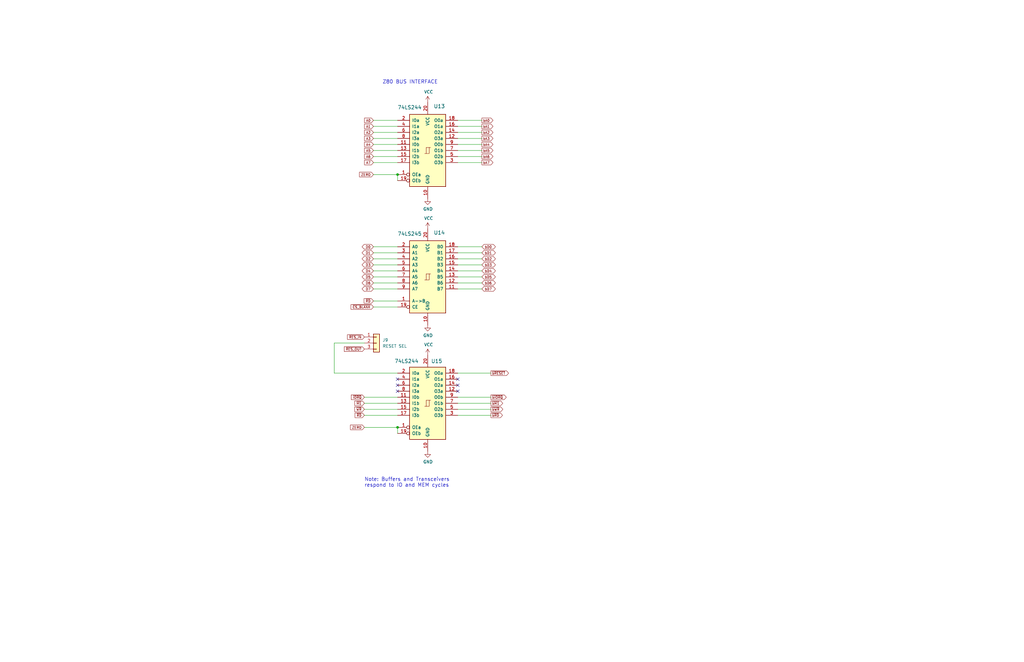
<source format=kicad_sch>
(kicad_sch (version 20211123) (generator eeschema)
  (paper "B")
  (lib_symbols
    (symbol "74xx:74LS244" (pin_names (offset 1.016))
      (property "Reference" "U" (at -7.62 16.51 0))
      (property "Value" "74LS244" (at -7.62 -16.51 0))
      (symbol "74LS244_1_0"
        (polyline (pts (xy -0.635 -1.27) (xy -0.635 1.27) (xy 0.635 1.27)))
        (polyline (pts (xy -1.27 -1.27) (xy 0.635 -1.27) (xy 0.635 1.27) (xy 1.27 1.27)))
        (pin input inverted (at -12.7 -10.16 0) (length 5.08) (name "OEa") (number "1"))
        (pin power_in line (at 0 -20.32 90) (length 5.08) (name "GND") (number "10"))
        (pin input line (at -12.7 2.54 0) (length 5.08) (name "I0b") (number "11"))
        (pin tri_state line (at 12.7 5.08 180) (length 5.08) (name "O3a") (number "12"))
        (pin input line (at -12.7 0 0) (length 5.08) (name "I1b") (number "13"))
        (pin tri_state line (at 12.7 7.62 180) (length 5.08) (name "O2a") (number "14"))
        (pin input line (at -12.7 -2.54 0) (length 5.08) (name "I2b") (number "15"))
        (pin tri_state line (at 12.7 10.16 180) (length 5.08) (name "O1a") (number "16"))
        (pin input line (at -12.7 -5.08 0) (length 5.08) (name "I3b") (number "17"))
        (pin tri_state line (at 12.7 12.7 180) (length 5.08) (name "O0a") (number "18"))
        (pin input inverted (at -12.7 -12.7 0) (length 5.08) (name "OEb") (number "19"))
        (pin input line (at -12.7 12.7 0) (length 5.08) (name "I0a") (number "2"))
        (pin power_in line (at 0 20.32 270) (length 5.08) (name "VCC") (number "20"))
        (pin tri_state line (at 12.7 -5.08 180) (length 5.08) (name "O3b") (number "3"))
        (pin input line (at -12.7 10.16 0) (length 5.08) (name "I1a") (number "4"))
        (pin tri_state line (at 12.7 -2.54 180) (length 5.08) (name "O2b") (number "5"))
        (pin input line (at -12.7 7.62 0) (length 5.08) (name "I2a") (number "6"))
        (pin tri_state line (at 12.7 0 180) (length 5.08) (name "O1b") (number "7"))
        (pin input line (at -12.7 5.08 0) (length 5.08) (name "I3a") (number "8"))
        (pin tri_state line (at 12.7 2.54 180) (length 5.08) (name "O0b") (number "9"))
      )
      (symbol "74LS244_1_1"
        (rectangle (start -7.62 15.24) (end 7.62 -15.24) (stroke (width 0.254)) (fill (type background)))
      )
    )
    (symbol "74xx:74LS245" (pin_names (offset 1.016))
      (property "Reference" "U" (at -7.62 16.51 0))
      (property "Value" "74LS245" (at -7.62 -16.51 0))
      (symbol "74LS245_1_0"
        (polyline (pts (xy -0.635 -1.27) (xy -0.635 1.27) (xy 0.635 1.27)))
        (polyline (pts (xy -1.27 -1.27) (xy 0.635 -1.27) (xy 0.635 1.27) (xy 1.27 1.27)))
        (pin input line (at -12.7 -10.16 0) (length 5.08) (name "A->B") (number "1"))
        (pin power_in line (at 0 -20.32 90) (length 5.08) (name "GND") (number "10"))
        (pin tri_state line (at 12.7 -5.08 180) (length 5.08) (name "B7") (number "11"))
        (pin tri_state line (at 12.7 -2.54 180) (length 5.08) (name "B6") (number "12"))
        (pin tri_state line (at 12.7 0 180) (length 5.08) (name "B5") (number "13"))
        (pin tri_state line (at 12.7 2.54 180) (length 5.08) (name "B4") (number "14"))
        (pin tri_state line (at 12.7 5.08 180) (length 5.08) (name "B3") (number "15"))
        (pin tri_state line (at 12.7 7.62 180) (length 5.08) (name "B2") (number "16"))
        (pin tri_state line (at 12.7 10.16 180) (length 5.08) (name "B1") (number "17"))
        (pin tri_state line (at 12.7 12.7 180) (length 5.08) (name "B0") (number "18"))
        (pin input inverted (at -12.7 -12.7 0) (length 5.08) (name "CE") (number "19"))
        (pin tri_state line (at -12.7 12.7 0) (length 5.08) (name "A0") (number "2"))
        (pin power_in line (at 0 20.32 270) (length 5.08) (name "VCC") (number "20"))
        (pin tri_state line (at -12.7 10.16 0) (length 5.08) (name "A1") (number "3"))
        (pin tri_state line (at -12.7 7.62 0) (length 5.08) (name "A2") (number "4"))
        (pin tri_state line (at -12.7 5.08 0) (length 5.08) (name "A3") (number "5"))
        (pin tri_state line (at -12.7 2.54 0) (length 5.08) (name "A4") (number "6"))
        (pin tri_state line (at -12.7 0 0) (length 5.08) (name "A5") (number "7"))
        (pin tri_state line (at -12.7 -2.54 0) (length 5.08) (name "A6") (number "8"))
        (pin tri_state line (at -12.7 -5.08 0) (length 5.08) (name "A7") (number "9"))
      )
      (symbol "74LS245_1_1"
        (rectangle (start -7.62 15.24) (end 7.62 -15.24) (stroke (width 0.254)) (fill (type background)))
      )
    )
    (symbol "Connector_Generic:Conn_01x03" (pin_names (offset 1.016) hide)
      (property "Reference" "J" (at 0 5.08 0))
      (property "Value" "Conn_01x03" (at 0 -5.08 0))
      (symbol "Conn_01x03_1_1"
        (rectangle (start -1.27 -2.413) (end 0 -2.667) (stroke (width 0.1524)))
        (rectangle (start -1.27 0.127) (end 0 -0.127) (stroke (width 0.1524)))
        (rectangle (start -1.27 2.667) (end 0 2.413) (stroke (width 0.1524)))
        (rectangle (start -1.27 3.81) (end 1.27 -3.81) (stroke (width 0.254)) (fill (type background)))
        (pin passive line (at -5.08 2.54 0) (length 3.81) (name "Pin_1") (number "1"))
        (pin passive line (at -5.08 0 0) (length 3.81) (name "Pin_2") (number "2"))
        (pin passive line (at -5.08 -2.54 0) (length 3.81) (name "Pin_3") (number "3"))
      )
    )
    (symbol "power:GND" (power) (pin_names (offset 0))
      (property "Value" "GND" (at 0 -3.81 0))
      (symbol "GND_0_1"
        (polyline (pts (xy 0 0) (xy 0 -1.27) (xy 1.27 -1.27) (xy 0 -2.54) (xy -1.27 -1.27) (xy 0 -1.27)))
      )
      (symbol "GND_1_1"
        (pin power_in line (at 0 0 270) (length 0) hide (name "GND") (number "1"))
      )
    )
    (symbol "power:VCC" (power) (pin_names (offset 0))
      (property "Value" "VCC" (at 0 3.81 0))
      (symbol "VCC_0_1"
        (polyline (pts (xy -0.762 1.27) (xy 0 2.54)))
        (polyline (pts (xy 0 0) (xy 0 2.54)))
        (polyline (pts (xy 0 2.54) (xy 0.762 1.27)))
      )
      (symbol "VCC_1_1"
        (pin power_in line (at 0 0 90) (length 0) hide (name "VCC") (number "1"))
      )
    )
  )
  (junction (at 167.64 180.34))
  (junction (at 167.64 73.66))
  (no_connect (at 167.64 162.56))
  (no_connect (at 167.64 160.02))
  (no_connect (at 193.04 160.02))
  (no_connect (at 193.04 165.1))
  (no_connect (at 193.04 162.56))
  (no_connect (at 167.64 165.1))
  (wire (pts (xy 193.04 60.96) (xy 203.2 60.96)))
  (wire (pts (xy 193.04 167.64) (xy 207.01 167.64)))
  (wire (pts (xy 193.04 104.14) (xy 203.2 104.14)))
  (wire (pts (xy 157.48 119.38) (xy 167.64 119.38)))
  (wire (pts (xy 193.04 66.04) (xy 203.2 66.04)))
  (wire (pts (xy 167.64 180.34) (xy 167.64 182.88)))
  (wire (pts (xy 153.67 170.18) (xy 167.64 170.18)))
  (wire (pts (xy 157.48 127) (xy 167.64 127)))
  (wire (pts (xy 157.48 63.5) (xy 167.64 63.5)))
  (wire (pts (xy 157.48 106.68) (xy 167.64 106.68)))
  (wire (pts (xy 157.48 53.34) (xy 167.64 53.34)))
  (wire (pts (xy 193.04 68.58) (xy 203.2 68.58)))
  (wire (pts (xy 157.48 116.84) (xy 167.64 116.84)))
  (wire (pts (xy 193.04 157.48) (xy 207.01 157.48)))
  (wire (pts (xy 157.48 66.04) (xy 167.64 66.04)))
  (wire (pts (xy 157.48 68.58) (xy 167.64 68.58)))
  (wire (pts (xy 157.48 104.14) (xy 167.64 104.14)))
  (wire (pts (xy 157.48 109.22) (xy 167.64 109.22)))
  (wire (pts (xy 193.04 111.76) (xy 203.2 111.76)))
  (wire (pts (xy 157.48 114.3) (xy 167.64 114.3)))
  (wire (pts (xy 193.04 50.8) (xy 203.2 50.8)))
  (wire (pts (xy 153.67 167.64) (xy 167.64 167.64)))
  (wire (pts (xy 157.48 55.88) (xy 167.64 55.88)))
  (wire (pts (xy 193.04 106.68) (xy 203.2 106.68)))
  (wire (pts (xy 193.04 175.26) (xy 207.01 175.26)))
  (wire (pts (xy 157.48 121.92) (xy 167.64 121.92)))
  (wire (pts (xy 157.48 50.8) (xy 167.64 50.8)))
  (wire (pts (xy 157.48 58.42) (xy 167.64 58.42)))
  (wire (pts (xy 140.97 157.48) (xy 167.64 157.48)))
  (wire (pts (xy 193.04 121.92) (xy 203.2 121.92)))
  (wire (pts (xy 193.04 116.84) (xy 203.2 116.84)))
  (wire (pts (xy 153.67 172.72) (xy 167.64 172.72)))
  (wire (pts (xy 153.67 180.34) (xy 167.64 180.34)))
  (wire (pts (xy 157.48 129.54) (xy 167.64 129.54)))
  (wire (pts (xy 140.97 144.78) (xy 140.97 157.48)))
  (wire (pts (xy 193.04 55.88) (xy 203.2 55.88)))
  (wire (pts (xy 193.04 172.72) (xy 207.01 172.72)))
  (wire (pts (xy 157.48 60.96) (xy 167.64 60.96)))
  (wire (pts (xy 193.04 53.34) (xy 203.2 53.34)))
  (wire (pts (xy 193.04 109.22) (xy 203.2 109.22)))
  (wire (pts (xy 157.48 111.76) (xy 167.64 111.76)))
  (wire (pts (xy 193.04 114.3) (xy 203.2 114.3)))
  (wire (pts (xy 140.97 144.78) (xy 153.67 144.78)))
  (wire (pts (xy 167.64 76.2) (xy 167.64 73.66)))
  (wire (pts (xy 157.48 73.66) (xy 167.64 73.66)))
  (wire (pts (xy 153.67 175.26) (xy 167.64 175.26)))
  (wire (pts (xy 193.04 63.5) (xy 203.2 63.5)))
  (wire (pts (xy 193.04 119.38) (xy 203.2 119.38)))
  (wire (pts (xy 193.04 58.42) (xy 203.2 58.42)))
  (wire (pts (xy 193.04 170.18) (xy 207.01 170.18)))
  (text "Z80 BUS INTERFACE" (at 161.29 35.56 0) (effects (font (size 1.524 1.524)) (justify left bottom)))
  (text "Note: Buffers and Transceivers\nrespond to IO and MEM cycles" (at 153.67 205.74 0) (effects (font (size 1.524 1.524)) (justify left bottom)))
  (global_label "bD5" (shape bidirectional) (at 203.2 116.84 0) (effects (font (size 1.016 1.016))) (property "Intersheet References" "${INTERSHEET_REFS}" (effects hide)))
  (global_label "~{RES_OUT}" (shape input) (at 153.67 147.32 180) (effects (font (size 1.016 1.016))) (property "Intersheet References" "${INTERSHEET_REFS}" (effects hide)))
  (global_label "bA4" (shape output) (at 203.2 60.96 0) (effects (font (size 1.016 1.016))) (property "Intersheet References" "${INTERSHEET_REFS}" (effects hide)))
  (global_label "D4" (shape bidirectional) (at 157.48 114.3 180) (effects (font (size 1.016 1.016))) (property "Intersheet References" "${INTERSHEET_REFS}" (effects hide)))
  (global_label "~{RES_IN}" (shape input) (at 153.67 142.24 180) (effects (font (size 1.016 1.016))) (property "Intersheet References" "${INTERSHEET_REFS}" (effects hide)))
  (global_label "~{bWR}" (shape output) (at 207.01 172.72 0) (effects (font (size 1.016 1.016))) (property "Intersheet References" "${INTERSHEET_REFS}" (effects hide)))
  (global_label "~{bRESET}" (shape output) (at 207.01 157.48 0) (effects (font (size 1.016 1.016))) (property "Intersheet References" "${INTERSHEET_REFS}" (effects hide)))
  (global_label "~{bIORQ}" (shape output) (at 207.01 167.64 0) (effects (font (size 1.016 1.016))) (property "Intersheet References" "${INTERSHEET_REFS}" (effects hide)))
  (global_label "~{WR}" (shape input) (at 153.67 172.72 180) (effects (font (size 1.016 1.016))) (property "Intersheet References" "${INTERSHEET_REFS}" (effects hide)))
  (global_label "bA3" (shape output) (at 203.2 58.42 0) (effects (font (size 1.016 1.016))) (property "Intersheet References" "${INTERSHEET_REFS}" (effects hide)))
  (global_label "D3" (shape bidirectional) (at 157.48 111.76 180) (effects (font (size 1.016 1.016))) (property "Intersheet References" "${INTERSHEET_REFS}" (effects hide)))
  (global_label "ZERO" (shape input) (at 153.67 180.34 180) (effects (font (size 1.016 1.016))) (property "Intersheet References" "${INTERSHEET_REFS}" (effects hide)))
  (global_label "bD2" (shape bidirectional) (at 203.2 109.22 0) (effects (font (size 1.016 1.016))) (property "Intersheet References" "${INTERSHEET_REFS}" (effects hide)))
  (global_label "~{CS_BLANK}" (shape input) (at 157.48 129.54 180) (effects (font (size 1.016 1.016))) (property "Intersheet References" "${INTERSHEET_REFS}" (effects hide)))
  (global_label "A7" (shape input) (at 157.48 68.58 180) (effects (font (size 1.016 1.016))) (property "Intersheet References" "${INTERSHEET_REFS}" (effects hide)))
  (global_label "A1" (shape input) (at 157.48 53.34 180) (effects (font (size 1.016 1.016))) (property "Intersheet References" "${INTERSHEET_REFS}" (effects hide)))
  (global_label "bD7" (shape bidirectional) (at 203.2 121.92 0) (effects (font (size 1.016 1.016))) (property "Intersheet References" "${INTERSHEET_REFS}" (effects hide)))
  (global_label "D6" (shape bidirectional) (at 157.48 119.38 180) (effects (font (size 1.016 1.016))) (property "Intersheet References" "${INTERSHEET_REFS}" (effects hide)))
  (global_label "~{bRD}" (shape output) (at 207.01 175.26 0) (effects (font (size 1.016 1.016))) (property "Intersheet References" "${INTERSHEET_REFS}" (effects hide)))
  (global_label "ZERO" (shape input) (at 157.48 73.66 180) (effects (font (size 1.016 1.016))) (property "Intersheet References" "${INTERSHEET_REFS}" (effects hide)))
  (global_label "~{IORQ}" (shape input) (at 153.67 167.64 180) (effects (font (size 1.016 1.016))) (property "Intersheet References" "${INTERSHEET_REFS}" (effects hide)))
  (global_label "bA0" (shape output) (at 203.2 50.8 0) (effects (font (size 1.016 1.016))) (property "Intersheet References" "${INTERSHEET_REFS}" (effects hide)))
  (global_label "~{M1}" (shape input) (at 153.67 170.18 180) (effects (font (size 1.016 1.016))) (property "Intersheet References" "${INTERSHEET_REFS}" (effects hide)))
  (global_label "D1" (shape bidirectional) (at 157.48 106.68 180) (effects (font (size 1.016 1.016))) (property "Intersheet References" "${INTERSHEET_REFS}" (effects hide)))
  (global_label "bA6" (shape output) (at 203.2 66.04 0) (effects (font (size 1.016 1.016))) (property "Intersheet References" "${INTERSHEET_REFS}" (effects hide)))
  (global_label "D5" (shape bidirectional) (at 157.48 116.84 180) (effects (font (size 1.016 1.016))) (property "Intersheet References" "${INTERSHEET_REFS}" (effects hide)))
  (global_label "bD3" (shape bidirectional) (at 203.2 111.76 0) (effects (font (size 1.016 1.016))) (property "Intersheet References" "${INTERSHEET_REFS}" (effects hide)))
  (global_label "A2" (shape input) (at 157.48 55.88 180) (effects (font (size 1.016 1.016))) (property "Intersheet References" "${INTERSHEET_REFS}" (effects hide)))
  (global_label "A4" (shape input) (at 157.48 60.96 180) (effects (font (size 1.016 1.016))) (property "Intersheet References" "${INTERSHEET_REFS}" (effects hide)))
  (global_label "D2" (shape bidirectional) (at 157.48 109.22 180) (effects (font (size 1.016 1.016))) (property "Intersheet References" "${INTERSHEET_REFS}" (effects hide)))
  (global_label "bA2" (shape output) (at 203.2 55.88 0) (effects (font (size 1.016 1.016))) (property "Intersheet References" "${INTERSHEET_REFS}" (effects hide)))
  (global_label "bA1" (shape output) (at 203.2 53.34 0) (effects (font (size 1.016 1.016))) (property "Intersheet References" "${INTERSHEET_REFS}" (effects hide)))
  (global_label "bA7" (shape output) (at 203.2 68.58 0) (effects (font (size 1.016 1.016))) (property "Intersheet References" "${INTERSHEET_REFS}" (effects hide)))
  (global_label "bD4" (shape bidirectional) (at 203.2 114.3 0) (effects (font (size 1.016 1.016))) (property "Intersheet References" "${INTERSHEET_REFS}" (effects hide)))
  (global_label "D7" (shape bidirectional) (at 157.48 121.92 180) (effects (font (size 1.016 1.016))) (property "Intersheet References" "${INTERSHEET_REFS}" (effects hide)))
  (global_label "~{RD}" (shape input) (at 157.48 127 180) (effects (font (size 1.016 1.016))) (property "Intersheet References" "${INTERSHEET_REFS}" (effects hide)))
  (global_label "~{RD}" (shape input) (at 153.67 175.26 180) (effects (font (size 1.016 1.016))) (property "Intersheet References" "${INTERSHEET_REFS}" (effects hide)))
  (global_label "A3" (shape input) (at 157.48 58.42 180) (effects (font (size 1.016 1.016))) (property "Intersheet References" "${INTERSHEET_REFS}" (effects hide)))
  (global_label "bD1" (shape bidirectional) (at 203.2 106.68 0) (effects (font (size 1.016 1.016))) (property "Intersheet References" "${INTERSHEET_REFS}" (effects hide)))
  (global_label "A6" (shape input) (at 157.48 66.04 180) (effects (font (size 1.016 1.016))) (property "Intersheet References" "${INTERSHEET_REFS}" (effects hide)))
  (global_label "~{bM1}" (shape output) (at 207.01 170.18 0) (effects (font (size 1.016 1.016))) (property "Intersheet References" "${INTERSHEET_REFS}" (effects hide)))
  (global_label "bD6" (shape bidirectional) (at 203.2 119.38 0) (effects (font (size 1.016 1.016))) (property "Intersheet References" "${INTERSHEET_REFS}" (effects hide)))
  (global_label "bA5" (shape output) (at 203.2 63.5 0) (effects (font (size 1.016 1.016))) (property "Intersheet References" "${INTERSHEET_REFS}" (effects hide)))
  (global_label "A5" (shape input) (at 157.48 63.5 180) (effects (font (size 1.016 1.016))) (property "Intersheet References" "${INTERSHEET_REFS}" (effects hide)))
  (global_label "D0" (shape bidirectional) (at 157.48 104.14 180) (effects (font (size 1.016 1.016))) (property "Intersheet References" "${INTERSHEET_REFS}" (effects hide)))
  (global_label "A0" (shape input) (at 157.48 50.8 180) (effects (font (size 1.016 1.016))) (property "Intersheet References" "${INTERSHEET_REFS}" (effects hide)))
  (global_label "bD0" (shape bidirectional) (at 203.2 104.14 0) (effects (font (size 1.016 1.016))) (property "Intersheet References" "${INTERSHEET_REFS}" (effects hide)))
  (symbol (lib_id "74xx:74LS245") (at 180.34 116.84 0) (unit 1)
    (property "Reference" "U14" (at 182.88 99.06 0) (effects (font (size 1.524 1.524)) (justify left bottom)))
    (property "Value" "74LS245" (at 167.64 97.79 0) (effects (font (size 1.524 1.524)) (justify left top)))
    (property "Footprint" "Package_DIP:DIP-20_W7.62mm" (effects hide))
    (property "Datasheet" "http://www.ti.com/lit/gpn/sn74LS245" (effects hide))
  )
  (symbol (lib_id "power:VCC") (at 180.34 43.18 0) (unit 1)
    (property "Reference" "#PWR037" (effects hide))
    (property "Value" "VCC" (at 180.721 38.7858 0))
  )
  (symbol (lib_id "power:GND") (at 180.34 83.82 0) (unit 1)
    (property "Reference" "#PWR038" (effects hide))
    (property "Value" "GND" (at 180.467 88.2142 0))
  )
  (symbol (lib_id "power:VCC") (at 180.34 96.52 0) (unit 1)
    (property "Reference" "#PWR039" (effects hide))
    (property "Value" "VCC" (at 180.721 92.1258 0))
  )
  (symbol (lib_id "power:VCC") (at 180.34 149.86 0) (unit 1)
    (property "Reference" "#PWR041" (effects hide))
    (property "Value" "VCC" (at 180.721 145.4658 0))
  )
  (symbol (lib_id "power:GND") (at 180.34 137.16 0) (unit 1)
    (property "Reference" "#PWR040" (effects hide))
    (property "Value" "GND" (at 180.467 141.5542 0))
  )
  (symbol (lib_id "power:GND") (at 180.34 190.5 0) (unit 1)
    (property "Reference" "#PWR042" (effects hide))
    (property "Value" "GND" (at 180.467 194.8942 0))
  )
  (symbol (lib_id "74xx:74LS244") (at 180.34 170.18 0) (unit 1)
    (property "Reference" "U15" (at 184.15 152.4 0) (effects (font (size 1.524 1.524))))
    (property "Value" "74LS244" (at 171.45 152.4 0) (effects (font (size 1.524 1.524))))
    (property "Footprint" "Package_DIP:DIP-20_W7.62mm" (effects hide))
    (property "Datasheet" "http://www.ti.com/lit/ds/symlink/sn74ls244.pdf" (effects hide))
  )
  (symbol (lib_id "74xx:74LS244") (at 180.34 63.5 0) (unit 1)
    (property "Reference" "U13" (at 182.88 45.72 0) (effects (font (size 1.524 1.524)) (justify left bottom)))
    (property "Value" "74LS244" (at 167.64 44.45 0) (effects (font (size 1.524 1.524)) (justify left top)))
    (property "Footprint" "Package_DIP:DIP-20_W7.62mm" (effects hide))
    (property "Datasheet" "http://www.ti.com/lit/ds/symlink/sn74ls244.pdf" (effects hide))
  )
  (symbol (lib_id "Connector_Generic:Conn_01x03") (at 158.75 144.78 0) (unit 1)
    (property "Reference" "J9" (at 161.29 143.5099 0) (effects (justify left)))
    (property "Value" "RESET SEL" (at 161.29 146.0499 0) (effects (justify left)))
    (property "Footprint" "Connector_PinHeader_2.54mm:PinHeader_1x03_P2.54mm_Vertical" (effects hide))
  )
)
</source>
